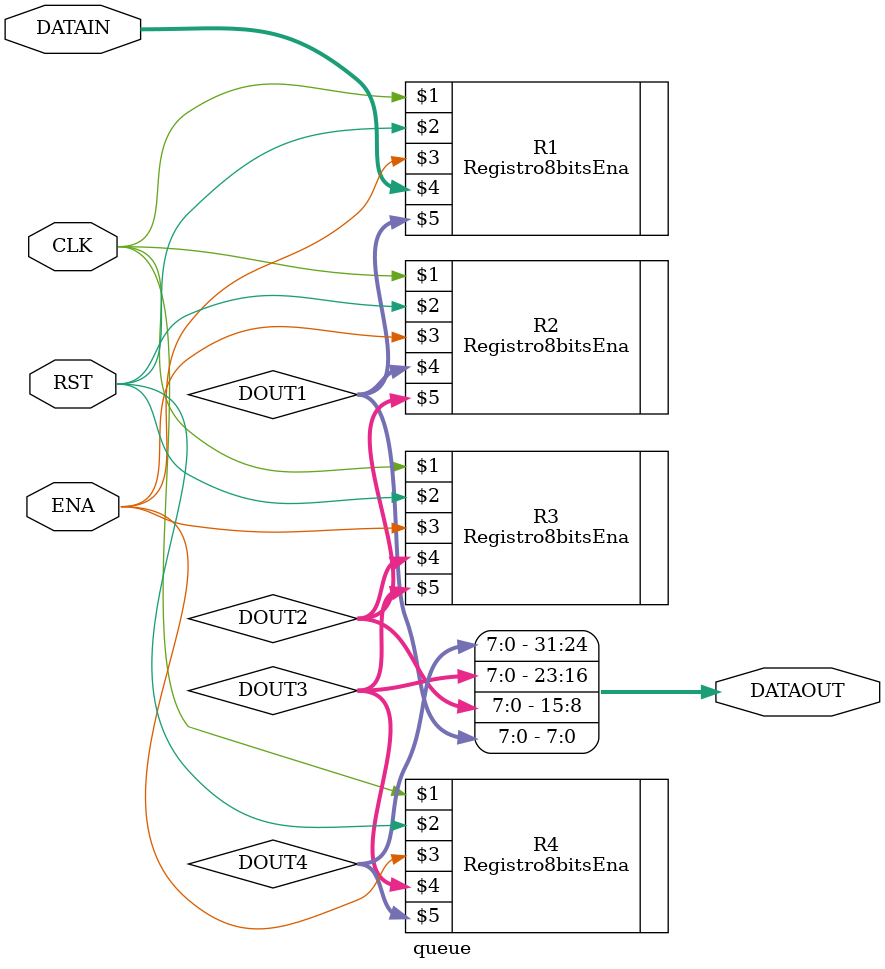
<source format=v>
`timescale 1ns / 1ps

module queue (CLK, RST, ENA, DATAIN, DATAOUT);

    input CLK, RST, ENA;
    input [7:0] DATAIN;
    output wire [31:0] DATAOUT;

    // DATAIN -> R1 -> R2 -> R3 -> R4
    wire [7:0] DOUT1, DOUT2, DOUT3, DOUT4;

    Registro8bitsEna R1(CLK, RST, ENA, DATAIN, DOUT1);
    Registro8bitsEna R2(CLK, RST, ENA, DOUT1, DOUT2);
    Registro8bitsEna R3(CLK, RST, ENA, DOUT2, DOUT3);
    Registro8bitsEna R4(CLK, RST, ENA, DOUT3, DOUT4);

    assign DATAOUT = {DOUT4, DOUT3, DOUT2, DOUT1};

endmodule
</source>
